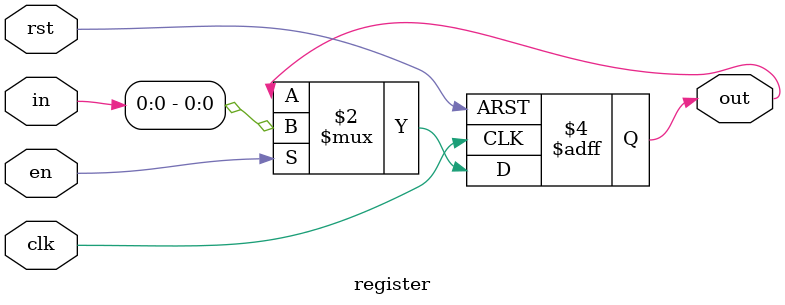
<source format=v>
`timescale 1ns/1ns

module register(input clk, rst, en, input [7:0] in, output reg out);
	always @(posedge clk, posedge rst) begin
		if(rst)
			out <= 8'b00000000;
		else begin
			if(en)
				out <= in;
		end
	end
endmodule
				
		
</source>
